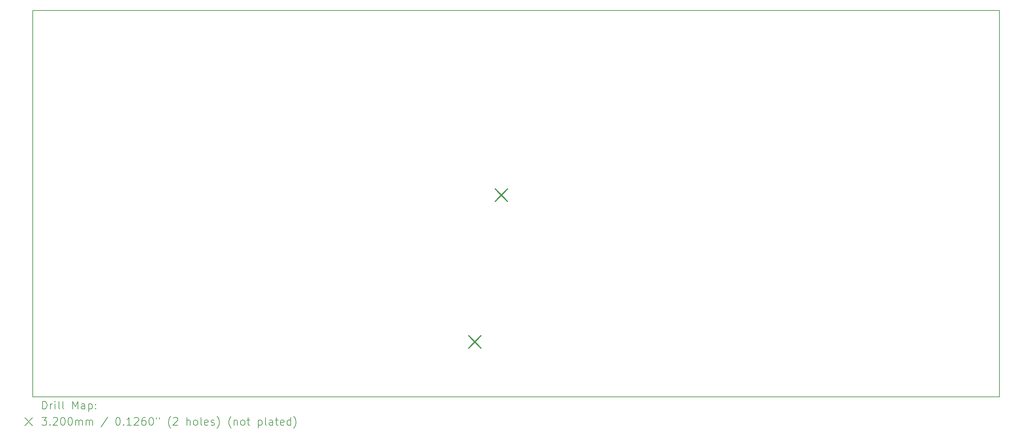
<source format=gbr>
%TF.GenerationSoftware,KiCad,Pcbnew,7.0.9*%
%TF.CreationDate,2024-03-13T22:59:47+01:00*%
%TF.ProjectId,FCU_Mainboard_v2,4643555f-4d61-4696-9e62-6f6172645f76,rev?*%
%TF.SameCoordinates,Original*%
%TF.FileFunction,Drillmap*%
%TF.FilePolarity,Positive*%
%FSLAX45Y45*%
G04 Gerber Fmt 4.5, Leading zero omitted, Abs format (unit mm)*
G04 Created by KiCad (PCBNEW 7.0.9) date 2024-03-13 22:59:47*
%MOMM*%
%LPD*%
G01*
G04 APERTURE LIST*
%ADD10C,0.150000*%
%ADD11C,0.200000*%
%ADD12C,0.320000*%
G04 APERTURE END LIST*
D10*
X2000000Y-2000000D02*
X27000000Y-2000000D01*
X27000000Y-12000000D01*
X2000000Y-12000000D01*
X2000000Y-2000000D01*
D11*
D12*
X13273200Y-10424080D02*
X13593200Y-10744080D01*
X13593200Y-10424080D02*
X13273200Y-10744080D01*
X13959000Y-6621700D02*
X14279000Y-6941700D01*
X14279000Y-6621700D02*
X13959000Y-6941700D01*
D11*
X2253277Y-12318984D02*
X2253277Y-12118984D01*
X2253277Y-12118984D02*
X2300896Y-12118984D01*
X2300896Y-12118984D02*
X2329467Y-12128508D01*
X2329467Y-12128508D02*
X2348515Y-12147555D01*
X2348515Y-12147555D02*
X2358039Y-12166603D01*
X2358039Y-12166603D02*
X2367563Y-12204698D01*
X2367563Y-12204698D02*
X2367563Y-12233269D01*
X2367563Y-12233269D02*
X2358039Y-12271365D01*
X2358039Y-12271365D02*
X2348515Y-12290412D01*
X2348515Y-12290412D02*
X2329467Y-12309460D01*
X2329467Y-12309460D02*
X2300896Y-12318984D01*
X2300896Y-12318984D02*
X2253277Y-12318984D01*
X2453277Y-12318984D02*
X2453277Y-12185650D01*
X2453277Y-12223746D02*
X2462801Y-12204698D01*
X2462801Y-12204698D02*
X2472324Y-12195174D01*
X2472324Y-12195174D02*
X2491372Y-12185650D01*
X2491372Y-12185650D02*
X2510420Y-12185650D01*
X2577086Y-12318984D02*
X2577086Y-12185650D01*
X2577086Y-12118984D02*
X2567563Y-12128508D01*
X2567563Y-12128508D02*
X2577086Y-12138031D01*
X2577086Y-12138031D02*
X2586610Y-12128508D01*
X2586610Y-12128508D02*
X2577086Y-12118984D01*
X2577086Y-12118984D02*
X2577086Y-12138031D01*
X2700896Y-12318984D02*
X2681848Y-12309460D01*
X2681848Y-12309460D02*
X2672324Y-12290412D01*
X2672324Y-12290412D02*
X2672324Y-12118984D01*
X2805658Y-12318984D02*
X2786610Y-12309460D01*
X2786610Y-12309460D02*
X2777086Y-12290412D01*
X2777086Y-12290412D02*
X2777086Y-12118984D01*
X3034229Y-12318984D02*
X3034229Y-12118984D01*
X3034229Y-12118984D02*
X3100896Y-12261841D01*
X3100896Y-12261841D02*
X3167562Y-12118984D01*
X3167562Y-12118984D02*
X3167562Y-12318984D01*
X3348515Y-12318984D02*
X3348515Y-12214222D01*
X3348515Y-12214222D02*
X3338991Y-12195174D01*
X3338991Y-12195174D02*
X3319943Y-12185650D01*
X3319943Y-12185650D02*
X3281848Y-12185650D01*
X3281848Y-12185650D02*
X3262801Y-12195174D01*
X3348515Y-12309460D02*
X3329467Y-12318984D01*
X3329467Y-12318984D02*
X3281848Y-12318984D01*
X3281848Y-12318984D02*
X3262801Y-12309460D01*
X3262801Y-12309460D02*
X3253277Y-12290412D01*
X3253277Y-12290412D02*
X3253277Y-12271365D01*
X3253277Y-12271365D02*
X3262801Y-12252317D01*
X3262801Y-12252317D02*
X3281848Y-12242793D01*
X3281848Y-12242793D02*
X3329467Y-12242793D01*
X3329467Y-12242793D02*
X3348515Y-12233269D01*
X3443753Y-12185650D02*
X3443753Y-12385650D01*
X3443753Y-12195174D02*
X3462801Y-12185650D01*
X3462801Y-12185650D02*
X3500896Y-12185650D01*
X3500896Y-12185650D02*
X3519943Y-12195174D01*
X3519943Y-12195174D02*
X3529467Y-12204698D01*
X3529467Y-12204698D02*
X3538991Y-12223746D01*
X3538991Y-12223746D02*
X3538991Y-12280888D01*
X3538991Y-12280888D02*
X3529467Y-12299936D01*
X3529467Y-12299936D02*
X3519943Y-12309460D01*
X3519943Y-12309460D02*
X3500896Y-12318984D01*
X3500896Y-12318984D02*
X3462801Y-12318984D01*
X3462801Y-12318984D02*
X3443753Y-12309460D01*
X3624705Y-12299936D02*
X3634229Y-12309460D01*
X3634229Y-12309460D02*
X3624705Y-12318984D01*
X3624705Y-12318984D02*
X3615182Y-12309460D01*
X3615182Y-12309460D02*
X3624705Y-12299936D01*
X3624705Y-12299936D02*
X3624705Y-12318984D01*
X3624705Y-12195174D02*
X3634229Y-12204698D01*
X3634229Y-12204698D02*
X3624705Y-12214222D01*
X3624705Y-12214222D02*
X3615182Y-12204698D01*
X3615182Y-12204698D02*
X3624705Y-12195174D01*
X3624705Y-12195174D02*
X3624705Y-12214222D01*
X1792500Y-12547500D02*
X1992500Y-12747500D01*
X1992500Y-12547500D02*
X1792500Y-12747500D01*
X2234229Y-12538984D02*
X2358039Y-12538984D01*
X2358039Y-12538984D02*
X2291372Y-12615174D01*
X2291372Y-12615174D02*
X2319944Y-12615174D01*
X2319944Y-12615174D02*
X2338991Y-12624698D01*
X2338991Y-12624698D02*
X2348515Y-12634222D01*
X2348515Y-12634222D02*
X2358039Y-12653269D01*
X2358039Y-12653269D02*
X2358039Y-12700888D01*
X2358039Y-12700888D02*
X2348515Y-12719936D01*
X2348515Y-12719936D02*
X2338991Y-12729460D01*
X2338991Y-12729460D02*
X2319944Y-12738984D01*
X2319944Y-12738984D02*
X2262801Y-12738984D01*
X2262801Y-12738984D02*
X2243753Y-12729460D01*
X2243753Y-12729460D02*
X2234229Y-12719936D01*
X2443753Y-12719936D02*
X2453277Y-12729460D01*
X2453277Y-12729460D02*
X2443753Y-12738984D01*
X2443753Y-12738984D02*
X2434229Y-12729460D01*
X2434229Y-12729460D02*
X2443753Y-12719936D01*
X2443753Y-12719936D02*
X2443753Y-12738984D01*
X2529467Y-12558031D02*
X2538991Y-12548508D01*
X2538991Y-12548508D02*
X2558039Y-12538984D01*
X2558039Y-12538984D02*
X2605658Y-12538984D01*
X2605658Y-12538984D02*
X2624705Y-12548508D01*
X2624705Y-12548508D02*
X2634229Y-12558031D01*
X2634229Y-12558031D02*
X2643753Y-12577079D01*
X2643753Y-12577079D02*
X2643753Y-12596127D01*
X2643753Y-12596127D02*
X2634229Y-12624698D01*
X2634229Y-12624698D02*
X2519944Y-12738984D01*
X2519944Y-12738984D02*
X2643753Y-12738984D01*
X2767563Y-12538984D02*
X2786610Y-12538984D01*
X2786610Y-12538984D02*
X2805658Y-12548508D01*
X2805658Y-12548508D02*
X2815182Y-12558031D01*
X2815182Y-12558031D02*
X2824705Y-12577079D01*
X2824705Y-12577079D02*
X2834229Y-12615174D01*
X2834229Y-12615174D02*
X2834229Y-12662793D01*
X2834229Y-12662793D02*
X2824705Y-12700888D01*
X2824705Y-12700888D02*
X2815182Y-12719936D01*
X2815182Y-12719936D02*
X2805658Y-12729460D01*
X2805658Y-12729460D02*
X2786610Y-12738984D01*
X2786610Y-12738984D02*
X2767563Y-12738984D01*
X2767563Y-12738984D02*
X2748515Y-12729460D01*
X2748515Y-12729460D02*
X2738991Y-12719936D01*
X2738991Y-12719936D02*
X2729467Y-12700888D01*
X2729467Y-12700888D02*
X2719944Y-12662793D01*
X2719944Y-12662793D02*
X2719944Y-12615174D01*
X2719944Y-12615174D02*
X2729467Y-12577079D01*
X2729467Y-12577079D02*
X2738991Y-12558031D01*
X2738991Y-12558031D02*
X2748515Y-12548508D01*
X2748515Y-12548508D02*
X2767563Y-12538984D01*
X2958039Y-12538984D02*
X2977086Y-12538984D01*
X2977086Y-12538984D02*
X2996134Y-12548508D01*
X2996134Y-12548508D02*
X3005658Y-12558031D01*
X3005658Y-12558031D02*
X3015182Y-12577079D01*
X3015182Y-12577079D02*
X3024705Y-12615174D01*
X3024705Y-12615174D02*
X3024705Y-12662793D01*
X3024705Y-12662793D02*
X3015182Y-12700888D01*
X3015182Y-12700888D02*
X3005658Y-12719936D01*
X3005658Y-12719936D02*
X2996134Y-12729460D01*
X2996134Y-12729460D02*
X2977086Y-12738984D01*
X2977086Y-12738984D02*
X2958039Y-12738984D01*
X2958039Y-12738984D02*
X2938991Y-12729460D01*
X2938991Y-12729460D02*
X2929467Y-12719936D01*
X2929467Y-12719936D02*
X2919943Y-12700888D01*
X2919943Y-12700888D02*
X2910420Y-12662793D01*
X2910420Y-12662793D02*
X2910420Y-12615174D01*
X2910420Y-12615174D02*
X2919943Y-12577079D01*
X2919943Y-12577079D02*
X2929467Y-12558031D01*
X2929467Y-12558031D02*
X2938991Y-12548508D01*
X2938991Y-12548508D02*
X2958039Y-12538984D01*
X3110420Y-12738984D02*
X3110420Y-12605650D01*
X3110420Y-12624698D02*
X3119943Y-12615174D01*
X3119943Y-12615174D02*
X3138991Y-12605650D01*
X3138991Y-12605650D02*
X3167563Y-12605650D01*
X3167563Y-12605650D02*
X3186610Y-12615174D01*
X3186610Y-12615174D02*
X3196134Y-12634222D01*
X3196134Y-12634222D02*
X3196134Y-12738984D01*
X3196134Y-12634222D02*
X3205658Y-12615174D01*
X3205658Y-12615174D02*
X3224705Y-12605650D01*
X3224705Y-12605650D02*
X3253277Y-12605650D01*
X3253277Y-12605650D02*
X3272324Y-12615174D01*
X3272324Y-12615174D02*
X3281848Y-12634222D01*
X3281848Y-12634222D02*
X3281848Y-12738984D01*
X3377086Y-12738984D02*
X3377086Y-12605650D01*
X3377086Y-12624698D02*
X3386610Y-12615174D01*
X3386610Y-12615174D02*
X3405658Y-12605650D01*
X3405658Y-12605650D02*
X3434229Y-12605650D01*
X3434229Y-12605650D02*
X3453277Y-12615174D01*
X3453277Y-12615174D02*
X3462801Y-12634222D01*
X3462801Y-12634222D02*
X3462801Y-12738984D01*
X3462801Y-12634222D02*
X3472324Y-12615174D01*
X3472324Y-12615174D02*
X3491372Y-12605650D01*
X3491372Y-12605650D02*
X3519943Y-12605650D01*
X3519943Y-12605650D02*
X3538991Y-12615174D01*
X3538991Y-12615174D02*
X3548515Y-12634222D01*
X3548515Y-12634222D02*
X3548515Y-12738984D01*
X3938991Y-12529460D02*
X3767563Y-12786603D01*
X4196134Y-12538984D02*
X4215182Y-12538984D01*
X4215182Y-12538984D02*
X4234229Y-12548508D01*
X4234229Y-12548508D02*
X4243753Y-12558031D01*
X4243753Y-12558031D02*
X4253277Y-12577079D01*
X4253277Y-12577079D02*
X4262801Y-12615174D01*
X4262801Y-12615174D02*
X4262801Y-12662793D01*
X4262801Y-12662793D02*
X4253277Y-12700888D01*
X4253277Y-12700888D02*
X4243753Y-12719936D01*
X4243753Y-12719936D02*
X4234229Y-12729460D01*
X4234229Y-12729460D02*
X4215182Y-12738984D01*
X4215182Y-12738984D02*
X4196134Y-12738984D01*
X4196134Y-12738984D02*
X4177086Y-12729460D01*
X4177086Y-12729460D02*
X4167563Y-12719936D01*
X4167563Y-12719936D02*
X4158039Y-12700888D01*
X4158039Y-12700888D02*
X4148515Y-12662793D01*
X4148515Y-12662793D02*
X4148515Y-12615174D01*
X4148515Y-12615174D02*
X4158039Y-12577079D01*
X4158039Y-12577079D02*
X4167563Y-12558031D01*
X4167563Y-12558031D02*
X4177086Y-12548508D01*
X4177086Y-12548508D02*
X4196134Y-12538984D01*
X4348515Y-12719936D02*
X4358039Y-12729460D01*
X4358039Y-12729460D02*
X4348515Y-12738984D01*
X4348515Y-12738984D02*
X4338991Y-12729460D01*
X4338991Y-12729460D02*
X4348515Y-12719936D01*
X4348515Y-12719936D02*
X4348515Y-12738984D01*
X4548515Y-12738984D02*
X4434229Y-12738984D01*
X4491372Y-12738984D02*
X4491372Y-12538984D01*
X4491372Y-12538984D02*
X4472325Y-12567555D01*
X4472325Y-12567555D02*
X4453277Y-12586603D01*
X4453277Y-12586603D02*
X4434229Y-12596127D01*
X4624706Y-12558031D02*
X4634229Y-12548508D01*
X4634229Y-12548508D02*
X4653277Y-12538984D01*
X4653277Y-12538984D02*
X4700896Y-12538984D01*
X4700896Y-12538984D02*
X4719944Y-12548508D01*
X4719944Y-12548508D02*
X4729468Y-12558031D01*
X4729468Y-12558031D02*
X4738991Y-12577079D01*
X4738991Y-12577079D02*
X4738991Y-12596127D01*
X4738991Y-12596127D02*
X4729468Y-12624698D01*
X4729468Y-12624698D02*
X4615182Y-12738984D01*
X4615182Y-12738984D02*
X4738991Y-12738984D01*
X4910420Y-12538984D02*
X4872325Y-12538984D01*
X4872325Y-12538984D02*
X4853277Y-12548508D01*
X4853277Y-12548508D02*
X4843753Y-12558031D01*
X4843753Y-12558031D02*
X4824706Y-12586603D01*
X4824706Y-12586603D02*
X4815182Y-12624698D01*
X4815182Y-12624698D02*
X4815182Y-12700888D01*
X4815182Y-12700888D02*
X4824706Y-12719936D01*
X4824706Y-12719936D02*
X4834229Y-12729460D01*
X4834229Y-12729460D02*
X4853277Y-12738984D01*
X4853277Y-12738984D02*
X4891372Y-12738984D01*
X4891372Y-12738984D02*
X4910420Y-12729460D01*
X4910420Y-12729460D02*
X4919944Y-12719936D01*
X4919944Y-12719936D02*
X4929468Y-12700888D01*
X4929468Y-12700888D02*
X4929468Y-12653269D01*
X4929468Y-12653269D02*
X4919944Y-12634222D01*
X4919944Y-12634222D02*
X4910420Y-12624698D01*
X4910420Y-12624698D02*
X4891372Y-12615174D01*
X4891372Y-12615174D02*
X4853277Y-12615174D01*
X4853277Y-12615174D02*
X4834229Y-12624698D01*
X4834229Y-12624698D02*
X4824706Y-12634222D01*
X4824706Y-12634222D02*
X4815182Y-12653269D01*
X5053277Y-12538984D02*
X5072325Y-12538984D01*
X5072325Y-12538984D02*
X5091372Y-12548508D01*
X5091372Y-12548508D02*
X5100896Y-12558031D01*
X5100896Y-12558031D02*
X5110420Y-12577079D01*
X5110420Y-12577079D02*
X5119944Y-12615174D01*
X5119944Y-12615174D02*
X5119944Y-12662793D01*
X5119944Y-12662793D02*
X5110420Y-12700888D01*
X5110420Y-12700888D02*
X5100896Y-12719936D01*
X5100896Y-12719936D02*
X5091372Y-12729460D01*
X5091372Y-12729460D02*
X5072325Y-12738984D01*
X5072325Y-12738984D02*
X5053277Y-12738984D01*
X5053277Y-12738984D02*
X5034229Y-12729460D01*
X5034229Y-12729460D02*
X5024706Y-12719936D01*
X5024706Y-12719936D02*
X5015182Y-12700888D01*
X5015182Y-12700888D02*
X5005658Y-12662793D01*
X5005658Y-12662793D02*
X5005658Y-12615174D01*
X5005658Y-12615174D02*
X5015182Y-12577079D01*
X5015182Y-12577079D02*
X5024706Y-12558031D01*
X5024706Y-12558031D02*
X5034229Y-12548508D01*
X5034229Y-12548508D02*
X5053277Y-12538984D01*
X5196134Y-12538984D02*
X5196134Y-12577079D01*
X5272325Y-12538984D02*
X5272325Y-12577079D01*
X5567563Y-12815174D02*
X5558039Y-12805650D01*
X5558039Y-12805650D02*
X5538991Y-12777079D01*
X5538991Y-12777079D02*
X5529468Y-12758031D01*
X5529468Y-12758031D02*
X5519944Y-12729460D01*
X5519944Y-12729460D02*
X5510420Y-12681841D01*
X5510420Y-12681841D02*
X5510420Y-12643746D01*
X5510420Y-12643746D02*
X5519944Y-12596127D01*
X5519944Y-12596127D02*
X5529468Y-12567555D01*
X5529468Y-12567555D02*
X5538991Y-12548508D01*
X5538991Y-12548508D02*
X5558039Y-12519936D01*
X5558039Y-12519936D02*
X5567563Y-12510412D01*
X5634229Y-12558031D02*
X5643753Y-12548508D01*
X5643753Y-12548508D02*
X5662801Y-12538984D01*
X5662801Y-12538984D02*
X5710420Y-12538984D01*
X5710420Y-12538984D02*
X5729468Y-12548508D01*
X5729468Y-12548508D02*
X5738991Y-12558031D01*
X5738991Y-12558031D02*
X5748515Y-12577079D01*
X5748515Y-12577079D02*
X5748515Y-12596127D01*
X5748515Y-12596127D02*
X5738991Y-12624698D01*
X5738991Y-12624698D02*
X5624706Y-12738984D01*
X5624706Y-12738984D02*
X5748515Y-12738984D01*
X5986610Y-12738984D02*
X5986610Y-12538984D01*
X6072325Y-12738984D02*
X6072325Y-12634222D01*
X6072325Y-12634222D02*
X6062801Y-12615174D01*
X6062801Y-12615174D02*
X6043753Y-12605650D01*
X6043753Y-12605650D02*
X6015182Y-12605650D01*
X6015182Y-12605650D02*
X5996134Y-12615174D01*
X5996134Y-12615174D02*
X5986610Y-12624698D01*
X6196134Y-12738984D02*
X6177087Y-12729460D01*
X6177087Y-12729460D02*
X6167563Y-12719936D01*
X6167563Y-12719936D02*
X6158039Y-12700888D01*
X6158039Y-12700888D02*
X6158039Y-12643746D01*
X6158039Y-12643746D02*
X6167563Y-12624698D01*
X6167563Y-12624698D02*
X6177087Y-12615174D01*
X6177087Y-12615174D02*
X6196134Y-12605650D01*
X6196134Y-12605650D02*
X6224706Y-12605650D01*
X6224706Y-12605650D02*
X6243753Y-12615174D01*
X6243753Y-12615174D02*
X6253277Y-12624698D01*
X6253277Y-12624698D02*
X6262801Y-12643746D01*
X6262801Y-12643746D02*
X6262801Y-12700888D01*
X6262801Y-12700888D02*
X6253277Y-12719936D01*
X6253277Y-12719936D02*
X6243753Y-12729460D01*
X6243753Y-12729460D02*
X6224706Y-12738984D01*
X6224706Y-12738984D02*
X6196134Y-12738984D01*
X6377087Y-12738984D02*
X6358039Y-12729460D01*
X6358039Y-12729460D02*
X6348515Y-12710412D01*
X6348515Y-12710412D02*
X6348515Y-12538984D01*
X6529468Y-12729460D02*
X6510420Y-12738984D01*
X6510420Y-12738984D02*
X6472325Y-12738984D01*
X6472325Y-12738984D02*
X6453277Y-12729460D01*
X6453277Y-12729460D02*
X6443753Y-12710412D01*
X6443753Y-12710412D02*
X6443753Y-12634222D01*
X6443753Y-12634222D02*
X6453277Y-12615174D01*
X6453277Y-12615174D02*
X6472325Y-12605650D01*
X6472325Y-12605650D02*
X6510420Y-12605650D01*
X6510420Y-12605650D02*
X6529468Y-12615174D01*
X6529468Y-12615174D02*
X6538991Y-12634222D01*
X6538991Y-12634222D02*
X6538991Y-12653269D01*
X6538991Y-12653269D02*
X6443753Y-12672317D01*
X6615182Y-12729460D02*
X6634230Y-12738984D01*
X6634230Y-12738984D02*
X6672325Y-12738984D01*
X6672325Y-12738984D02*
X6691372Y-12729460D01*
X6691372Y-12729460D02*
X6700896Y-12710412D01*
X6700896Y-12710412D02*
X6700896Y-12700888D01*
X6700896Y-12700888D02*
X6691372Y-12681841D01*
X6691372Y-12681841D02*
X6672325Y-12672317D01*
X6672325Y-12672317D02*
X6643753Y-12672317D01*
X6643753Y-12672317D02*
X6624706Y-12662793D01*
X6624706Y-12662793D02*
X6615182Y-12643746D01*
X6615182Y-12643746D02*
X6615182Y-12634222D01*
X6615182Y-12634222D02*
X6624706Y-12615174D01*
X6624706Y-12615174D02*
X6643753Y-12605650D01*
X6643753Y-12605650D02*
X6672325Y-12605650D01*
X6672325Y-12605650D02*
X6691372Y-12615174D01*
X6767563Y-12815174D02*
X6777087Y-12805650D01*
X6777087Y-12805650D02*
X6796134Y-12777079D01*
X6796134Y-12777079D02*
X6805658Y-12758031D01*
X6805658Y-12758031D02*
X6815182Y-12729460D01*
X6815182Y-12729460D02*
X6824706Y-12681841D01*
X6824706Y-12681841D02*
X6824706Y-12643746D01*
X6824706Y-12643746D02*
X6815182Y-12596127D01*
X6815182Y-12596127D02*
X6805658Y-12567555D01*
X6805658Y-12567555D02*
X6796134Y-12548508D01*
X6796134Y-12548508D02*
X6777087Y-12519936D01*
X6777087Y-12519936D02*
X6767563Y-12510412D01*
X7129468Y-12815174D02*
X7119944Y-12805650D01*
X7119944Y-12805650D02*
X7100896Y-12777079D01*
X7100896Y-12777079D02*
X7091372Y-12758031D01*
X7091372Y-12758031D02*
X7081849Y-12729460D01*
X7081849Y-12729460D02*
X7072325Y-12681841D01*
X7072325Y-12681841D02*
X7072325Y-12643746D01*
X7072325Y-12643746D02*
X7081849Y-12596127D01*
X7081849Y-12596127D02*
X7091372Y-12567555D01*
X7091372Y-12567555D02*
X7100896Y-12548508D01*
X7100896Y-12548508D02*
X7119944Y-12519936D01*
X7119944Y-12519936D02*
X7129468Y-12510412D01*
X7205658Y-12605650D02*
X7205658Y-12738984D01*
X7205658Y-12624698D02*
X7215182Y-12615174D01*
X7215182Y-12615174D02*
X7234230Y-12605650D01*
X7234230Y-12605650D02*
X7262801Y-12605650D01*
X7262801Y-12605650D02*
X7281849Y-12615174D01*
X7281849Y-12615174D02*
X7291372Y-12634222D01*
X7291372Y-12634222D02*
X7291372Y-12738984D01*
X7415182Y-12738984D02*
X7396134Y-12729460D01*
X7396134Y-12729460D02*
X7386611Y-12719936D01*
X7386611Y-12719936D02*
X7377087Y-12700888D01*
X7377087Y-12700888D02*
X7377087Y-12643746D01*
X7377087Y-12643746D02*
X7386611Y-12624698D01*
X7386611Y-12624698D02*
X7396134Y-12615174D01*
X7396134Y-12615174D02*
X7415182Y-12605650D01*
X7415182Y-12605650D02*
X7443753Y-12605650D01*
X7443753Y-12605650D02*
X7462801Y-12615174D01*
X7462801Y-12615174D02*
X7472325Y-12624698D01*
X7472325Y-12624698D02*
X7481849Y-12643746D01*
X7481849Y-12643746D02*
X7481849Y-12700888D01*
X7481849Y-12700888D02*
X7472325Y-12719936D01*
X7472325Y-12719936D02*
X7462801Y-12729460D01*
X7462801Y-12729460D02*
X7443753Y-12738984D01*
X7443753Y-12738984D02*
X7415182Y-12738984D01*
X7538992Y-12605650D02*
X7615182Y-12605650D01*
X7567563Y-12538984D02*
X7567563Y-12710412D01*
X7567563Y-12710412D02*
X7577087Y-12729460D01*
X7577087Y-12729460D02*
X7596134Y-12738984D01*
X7596134Y-12738984D02*
X7615182Y-12738984D01*
X7834230Y-12605650D02*
X7834230Y-12805650D01*
X7834230Y-12615174D02*
X7853277Y-12605650D01*
X7853277Y-12605650D02*
X7891373Y-12605650D01*
X7891373Y-12605650D02*
X7910420Y-12615174D01*
X7910420Y-12615174D02*
X7919944Y-12624698D01*
X7919944Y-12624698D02*
X7929468Y-12643746D01*
X7929468Y-12643746D02*
X7929468Y-12700888D01*
X7929468Y-12700888D02*
X7919944Y-12719936D01*
X7919944Y-12719936D02*
X7910420Y-12729460D01*
X7910420Y-12729460D02*
X7891373Y-12738984D01*
X7891373Y-12738984D02*
X7853277Y-12738984D01*
X7853277Y-12738984D02*
X7834230Y-12729460D01*
X8043753Y-12738984D02*
X8024706Y-12729460D01*
X8024706Y-12729460D02*
X8015182Y-12710412D01*
X8015182Y-12710412D02*
X8015182Y-12538984D01*
X8205658Y-12738984D02*
X8205658Y-12634222D01*
X8205658Y-12634222D02*
X8196134Y-12615174D01*
X8196134Y-12615174D02*
X8177087Y-12605650D01*
X8177087Y-12605650D02*
X8138992Y-12605650D01*
X8138992Y-12605650D02*
X8119944Y-12615174D01*
X8205658Y-12729460D02*
X8186611Y-12738984D01*
X8186611Y-12738984D02*
X8138992Y-12738984D01*
X8138992Y-12738984D02*
X8119944Y-12729460D01*
X8119944Y-12729460D02*
X8110420Y-12710412D01*
X8110420Y-12710412D02*
X8110420Y-12691365D01*
X8110420Y-12691365D02*
X8119944Y-12672317D01*
X8119944Y-12672317D02*
X8138992Y-12662793D01*
X8138992Y-12662793D02*
X8186611Y-12662793D01*
X8186611Y-12662793D02*
X8205658Y-12653269D01*
X8272325Y-12605650D02*
X8348515Y-12605650D01*
X8300896Y-12538984D02*
X8300896Y-12710412D01*
X8300896Y-12710412D02*
X8310420Y-12729460D01*
X8310420Y-12729460D02*
X8329468Y-12738984D01*
X8329468Y-12738984D02*
X8348515Y-12738984D01*
X8491373Y-12729460D02*
X8472325Y-12738984D01*
X8472325Y-12738984D02*
X8434230Y-12738984D01*
X8434230Y-12738984D02*
X8415182Y-12729460D01*
X8415182Y-12729460D02*
X8405658Y-12710412D01*
X8405658Y-12710412D02*
X8405658Y-12634222D01*
X8405658Y-12634222D02*
X8415182Y-12615174D01*
X8415182Y-12615174D02*
X8434230Y-12605650D01*
X8434230Y-12605650D02*
X8472325Y-12605650D01*
X8472325Y-12605650D02*
X8491373Y-12615174D01*
X8491373Y-12615174D02*
X8500896Y-12634222D01*
X8500896Y-12634222D02*
X8500896Y-12653269D01*
X8500896Y-12653269D02*
X8405658Y-12672317D01*
X8672325Y-12738984D02*
X8672325Y-12538984D01*
X8672325Y-12729460D02*
X8653277Y-12738984D01*
X8653277Y-12738984D02*
X8615182Y-12738984D01*
X8615182Y-12738984D02*
X8596135Y-12729460D01*
X8596135Y-12729460D02*
X8586611Y-12719936D01*
X8586611Y-12719936D02*
X8577087Y-12700888D01*
X8577087Y-12700888D02*
X8577087Y-12643746D01*
X8577087Y-12643746D02*
X8586611Y-12624698D01*
X8586611Y-12624698D02*
X8596135Y-12615174D01*
X8596135Y-12615174D02*
X8615182Y-12605650D01*
X8615182Y-12605650D02*
X8653277Y-12605650D01*
X8653277Y-12605650D02*
X8672325Y-12615174D01*
X8748516Y-12815174D02*
X8758039Y-12805650D01*
X8758039Y-12805650D02*
X8777087Y-12777079D01*
X8777087Y-12777079D02*
X8786611Y-12758031D01*
X8786611Y-12758031D02*
X8796135Y-12729460D01*
X8796135Y-12729460D02*
X8805658Y-12681841D01*
X8805658Y-12681841D02*
X8805658Y-12643746D01*
X8805658Y-12643746D02*
X8796135Y-12596127D01*
X8796135Y-12596127D02*
X8786611Y-12567555D01*
X8786611Y-12567555D02*
X8777087Y-12548508D01*
X8777087Y-12548508D02*
X8758039Y-12519936D01*
X8758039Y-12519936D02*
X8748516Y-12510412D01*
M02*

</source>
